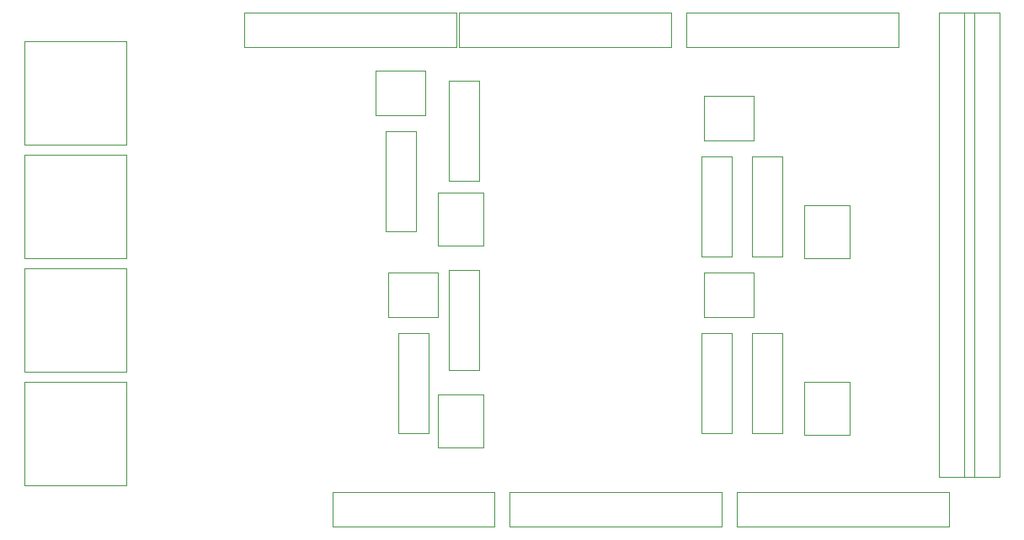
<source format=gbr>
G04 #@! TF.FileFunction,Other,User*
%FSLAX46Y46*%
G04 Gerber Fmt 4.6, Leading zero omitted, Abs format (unit mm)*
G04 Created by KiCad (PCBNEW no-vcs-found-undefined) date Sun Oct 23 11:40:44 2016*
%MOMM*%
%LPD*%
G01*
G04 APERTURE LIST*
%ADD10C,0.100000*%
%ADD11C,0.050000*%
G04 APERTURE END LIST*
D10*
D11*
X124780000Y-100410000D02*
X114580000Y-100410000D01*
X114580000Y-100410000D02*
X114580000Y-90010000D01*
X114580000Y-90010000D02*
X124780000Y-90010000D01*
X124780000Y-90010000D02*
X124780000Y-100410000D01*
X124780000Y-101440000D02*
X124780000Y-111840000D01*
X114580000Y-101440000D02*
X124780000Y-101440000D01*
X114580000Y-111840000D02*
X114580000Y-101440000D01*
X124780000Y-111840000D02*
X114580000Y-111840000D01*
X124780000Y-123270000D02*
X114580000Y-123270000D01*
X114580000Y-123270000D02*
X114580000Y-112870000D01*
X114580000Y-112870000D02*
X124780000Y-112870000D01*
X124780000Y-112870000D02*
X124780000Y-123270000D01*
X124780000Y-124300000D02*
X124780000Y-134700000D01*
X114580000Y-124300000D02*
X124780000Y-124300000D01*
X114580000Y-134700000D02*
X114580000Y-124300000D01*
X124780000Y-134700000D02*
X114580000Y-134700000D01*
X157980000Y-90650000D02*
X157980000Y-87150000D01*
X136680000Y-90650000D02*
X136680000Y-87150000D01*
X136680000Y-87150000D02*
X157980000Y-87150000D01*
X136680000Y-90650000D02*
X157980000Y-90650000D01*
X158270000Y-90650000D02*
X179570000Y-90650000D01*
X158270000Y-87150000D02*
X179570000Y-87150000D01*
X158270000Y-90650000D02*
X158270000Y-87150000D01*
X179570000Y-90650000D02*
X179570000Y-87150000D01*
X202430000Y-90650000D02*
X202430000Y-87150000D01*
X181130000Y-90650000D02*
X181130000Y-87150000D01*
X181130000Y-87150000D02*
X202430000Y-87150000D01*
X181130000Y-90650000D02*
X202430000Y-90650000D01*
X163350000Y-138910000D02*
X184650000Y-138910000D01*
X163350000Y-135410000D02*
X184650000Y-135410000D01*
X163350000Y-138910000D02*
X163350000Y-135410000D01*
X184650000Y-138910000D02*
X184650000Y-135410000D01*
X207510000Y-138910000D02*
X207510000Y-135410000D01*
X186210000Y-138910000D02*
X186210000Y-135410000D01*
X186210000Y-135410000D02*
X207510000Y-135410000D01*
X186210000Y-138910000D02*
X207510000Y-138910000D01*
X206530000Y-133850000D02*
X210030000Y-133850000D01*
X206530000Y-87150000D02*
X210030000Y-87150000D01*
X210030000Y-87150000D02*
X210030000Y-133850000D01*
X206530000Y-87150000D02*
X206530000Y-133850000D01*
X209070000Y-87150000D02*
X209070000Y-133850000D01*
X212570000Y-87150000D02*
X212570000Y-133850000D01*
X209070000Y-87150000D02*
X212570000Y-87150000D01*
X209070000Y-133850000D02*
X212570000Y-133850000D01*
X161770000Y-138910000D02*
X161770000Y-135410000D01*
X145570000Y-138910000D02*
X145570000Y-135410000D01*
X145570000Y-135410000D02*
X161770000Y-135410000D01*
X145570000Y-138910000D02*
X161770000Y-138910000D01*
X156140000Y-113270000D02*
X151140000Y-113270000D01*
X151140000Y-113270000D02*
X151140000Y-117770000D01*
X151140000Y-117770000D02*
X156140000Y-117770000D01*
X156140000Y-117770000D02*
X156140000Y-113270000D01*
X187890000Y-95490000D02*
X182890000Y-95490000D01*
X182890000Y-95490000D02*
X182890000Y-99990000D01*
X182890000Y-99990000D02*
X187890000Y-99990000D01*
X187890000Y-99990000D02*
X187890000Y-95490000D01*
X152170000Y-119400000D02*
X152170000Y-129500000D01*
X155170000Y-129500000D02*
X152170000Y-129500000D01*
X152170000Y-119400000D02*
X155170000Y-119400000D01*
X155170000Y-119400000D02*
X155170000Y-129500000D01*
X154870000Y-92950000D02*
X149870000Y-92950000D01*
X149870000Y-92950000D02*
X149870000Y-97450000D01*
X149870000Y-97450000D02*
X154870000Y-97450000D01*
X154870000Y-97450000D02*
X154870000Y-92950000D01*
X187890000Y-117770000D02*
X187890000Y-113270000D01*
X182890000Y-117770000D02*
X187890000Y-117770000D01*
X182890000Y-113270000D02*
X182890000Y-117770000D01*
X187890000Y-113270000D02*
X182890000Y-113270000D01*
X160700000Y-130940000D02*
X156100000Y-130940000D01*
X160700000Y-130940000D02*
X160700000Y-125590000D01*
X156100000Y-130940000D02*
X156100000Y-125590000D01*
X160700000Y-125590000D02*
X156100000Y-125590000D01*
X160700000Y-105270000D02*
X156100000Y-105270000D01*
X156100000Y-110620000D02*
X156100000Y-105270000D01*
X160700000Y-110620000D02*
X160700000Y-105270000D01*
X160700000Y-110620000D02*
X156100000Y-110620000D01*
X197530000Y-124320000D02*
X192930000Y-124320000D01*
X192930000Y-129670000D02*
X192930000Y-124320000D01*
X197530000Y-129670000D02*
X197530000Y-124320000D01*
X197530000Y-129670000D02*
X192930000Y-129670000D01*
X197530000Y-111890000D02*
X192930000Y-111890000D01*
X197530000Y-111890000D02*
X197530000Y-106540000D01*
X192930000Y-111890000D02*
X192930000Y-106540000D01*
X197530000Y-106540000D02*
X192930000Y-106540000D01*
X157250000Y-123170000D02*
X157250000Y-113070000D01*
X160250000Y-123170000D02*
X157250000Y-123170000D01*
X157250000Y-113070000D02*
X160250000Y-113070000D01*
X160250000Y-123170000D02*
X160250000Y-113070000D01*
X150900000Y-99080000D02*
X150900000Y-109180000D01*
X153900000Y-109180000D02*
X150900000Y-109180000D01*
X150900000Y-99080000D02*
X153900000Y-99080000D01*
X153900000Y-99080000D02*
X153900000Y-109180000D01*
X160250000Y-94000000D02*
X160250000Y-104100000D01*
X157250000Y-94000000D02*
X160250000Y-94000000D01*
X160250000Y-104100000D02*
X157250000Y-104100000D01*
X157250000Y-94000000D02*
X157250000Y-104100000D01*
X190730000Y-129520000D02*
X190730000Y-119420000D01*
X187730000Y-119420000D02*
X190730000Y-119420000D01*
X190730000Y-129520000D02*
X187730000Y-129520000D01*
X187730000Y-129520000D02*
X187730000Y-119420000D01*
X190730000Y-111740000D02*
X190730000Y-101640000D01*
X187730000Y-101640000D02*
X190730000Y-101640000D01*
X190730000Y-111740000D02*
X187730000Y-111740000D01*
X187730000Y-111740000D02*
X187730000Y-101640000D01*
X185650000Y-119400000D02*
X185650000Y-129500000D01*
X182650000Y-119400000D02*
X185650000Y-119400000D01*
X185650000Y-129500000D02*
X182650000Y-129500000D01*
X182650000Y-119400000D02*
X182650000Y-129500000D01*
X185650000Y-101620000D02*
X185650000Y-111720000D01*
X182650000Y-101620000D02*
X185650000Y-101620000D01*
X185650000Y-111720000D02*
X182650000Y-111720000D01*
X182650000Y-101620000D02*
X182650000Y-111720000D01*
M02*

</source>
